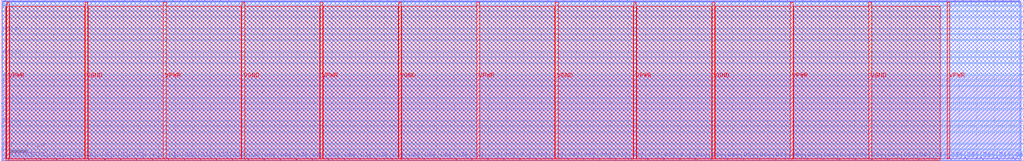
<source format=lef>
VERSION 5.7 ;
  NOWIREEXTENSIONATPIN ON ;
  DIVIDERCHAR "/" ;
  BUSBITCHARS "[]" ;
MACRO RAM32_1RW1R
  CLASS BLOCK ;
  FOREIGN RAM32_1RW1R ;
  ORIGIN 0.000 0.000 ;
  SIZE 1173.460 BY 185.440 ;
  PIN A0[0]
    DIRECTION INPUT ;
    USE SIGNAL ;
    PORT
      LAYER met3 ;
        RECT 1171.460 125.160 1173.460 125.760 ;
    END
  END A0[0]
  PIN A0[1]
    DIRECTION INPUT ;
    USE SIGNAL ;
    PORT
      LAYER met3 ;
        RECT 1171.460 138.760 1173.460 139.360 ;
    END
  END A0[1]
  PIN A0[2]
    DIRECTION INPUT ;
    USE SIGNAL ;
    PORT
      LAYER met3 ;
        RECT 1171.460 151.680 1173.460 152.280 ;
    END
  END A0[2]
  PIN A0[3]
    DIRECTION INPUT ;
    USE SIGNAL ;
    PORT
      LAYER met3 ;
        RECT 1171.460 165.280 1173.460 165.880 ;
    END
  END A0[3]
  PIN A0[4]
    DIRECTION INPUT ;
    USE SIGNAL ;
    PORT
      LAYER met3 ;
        RECT 1171.460 178.200 1173.460 178.800 ;
    END
  END A0[4]
  PIN A1[0]
    DIRECTION INPUT ;
    USE SIGNAL ;
    PORT
      LAYER met3 ;
        RECT 0.000 39.480 2.000 40.080 ;
    END
  END A1[0]
  PIN A1[1]
    DIRECTION INPUT ;
    USE SIGNAL ;
    PORT
      LAYER met3 ;
        RECT 0.000 66.000 2.000 66.600 ;
    END
  END A1[1]
  PIN A1[2]
    DIRECTION INPUT ;
    USE SIGNAL ;
    PORT
      LAYER met3 ;
        RECT 0.000 92.520 2.000 93.120 ;
    END
  END A1[2]
  PIN A1[3]
    DIRECTION INPUT ;
    USE SIGNAL ;
    PORT
      LAYER met3 ;
        RECT 0.000 119.040 2.000 119.640 ;
    END
  END A1[3]
  PIN A1[4]
    DIRECTION INPUT ;
    USE SIGNAL ;
    PORT
      LAYER met3 ;
        RECT 0.000 145.560 2.000 146.160 ;
    END
  END A1[4]
  PIN CLK
    DIRECTION INPUT ;
    USE SIGNAL ;
    PORT
      LAYER met3 ;
        RECT 0.000 12.960 2.000 13.560 ;
    END
  END CLK
  PIN Di0[0]
    DIRECTION INPUT ;
    USE SIGNAL ;
    PORT
      LAYER met2 ;
        RECT 8.830 0.000 9.110 2.000 ;
    END
  END Di0[0]
  PIN Di0[10]
    DIRECTION INPUT ;
    USE SIGNAL ;
    PORT
      LAYER met2 ;
        RECT 191.910 0.000 192.190 2.000 ;
    END
  END Di0[10]
  PIN Di0[11]
    DIRECTION INPUT ;
    USE SIGNAL ;
    PORT
      LAYER met2 ;
        RECT 210.310 0.000 210.590 2.000 ;
    END
  END Di0[11]
  PIN Di0[12]
    DIRECTION INPUT ;
    USE SIGNAL ;
    PORT
      LAYER met2 ;
        RECT 228.710 0.000 228.990 2.000 ;
    END
  END Di0[12]
  PIN Di0[13]
    DIRECTION INPUT ;
    USE SIGNAL ;
    PORT
      LAYER met2 ;
        RECT 247.110 0.000 247.390 2.000 ;
    END
  END Di0[13]
  PIN Di0[14]
    DIRECTION INPUT ;
    USE SIGNAL ;
    PORT
      LAYER met2 ;
        RECT 265.510 0.000 265.790 2.000 ;
    END
  END Di0[14]
  PIN Di0[15]
    DIRECTION INPUT ;
    USE SIGNAL ;
    PORT
      LAYER met2 ;
        RECT 283.450 0.000 283.730 2.000 ;
    END
  END Di0[15]
  PIN Di0[16]
    DIRECTION INPUT ;
    USE SIGNAL ;
    PORT
      LAYER met2 ;
        RECT 301.850 0.000 302.130 2.000 ;
    END
  END Di0[16]
  PIN Di0[17]
    DIRECTION INPUT ;
    USE SIGNAL ;
    PORT
      LAYER met2 ;
        RECT 320.250 0.000 320.530 2.000 ;
    END
  END Di0[17]
  PIN Di0[18]
    DIRECTION INPUT ;
    USE SIGNAL ;
    PORT
      LAYER met2 ;
        RECT 338.650 0.000 338.930 2.000 ;
    END
  END Di0[18]
  PIN Di0[19]
    DIRECTION INPUT ;
    USE SIGNAL ;
    PORT
      LAYER met2 ;
        RECT 357.050 0.000 357.330 2.000 ;
    END
  END Di0[19]
  PIN Di0[1]
    DIRECTION INPUT ;
    USE SIGNAL ;
    PORT
      LAYER met2 ;
        RECT 26.770 0.000 27.050 2.000 ;
    END
  END Di0[1]
  PIN Di0[20]
    DIRECTION INPUT ;
    USE SIGNAL ;
    PORT
      LAYER met2 ;
        RECT 375.450 0.000 375.730 2.000 ;
    END
  END Di0[20]
  PIN Di0[21]
    DIRECTION INPUT ;
    USE SIGNAL ;
    PORT
      LAYER met2 ;
        RECT 393.850 0.000 394.130 2.000 ;
    END
  END Di0[21]
  PIN Di0[22]
    DIRECTION INPUT ;
    USE SIGNAL ;
    PORT
      LAYER met2 ;
        RECT 411.790 0.000 412.070 2.000 ;
    END
  END Di0[22]
  PIN Di0[23]
    DIRECTION INPUT ;
    USE SIGNAL ;
    PORT
      LAYER met2 ;
        RECT 430.190 0.000 430.470 2.000 ;
    END
  END Di0[23]
  PIN Di0[24]
    DIRECTION INPUT ;
    USE SIGNAL ;
    PORT
      LAYER met2 ;
        RECT 448.590 0.000 448.870 2.000 ;
    END
  END Di0[24]
  PIN Di0[25]
    DIRECTION INPUT ;
    USE SIGNAL ;
    PORT
      LAYER met2 ;
        RECT 466.990 0.000 467.270 2.000 ;
    END
  END Di0[25]
  PIN Di0[26]
    DIRECTION INPUT ;
    USE SIGNAL ;
    PORT
      LAYER met2 ;
        RECT 485.390 0.000 485.670 2.000 ;
    END
  END Di0[26]
  PIN Di0[27]
    DIRECTION INPUT ;
    USE SIGNAL ;
    PORT
      LAYER met2 ;
        RECT 503.790 0.000 504.070 2.000 ;
    END
  END Di0[27]
  PIN Di0[28]
    DIRECTION INPUT ;
    USE SIGNAL ;
    PORT
      LAYER met2 ;
        RECT 522.190 0.000 522.470 2.000 ;
    END
  END Di0[28]
  PIN Di0[29]
    DIRECTION INPUT ;
    USE SIGNAL ;
    PORT
      LAYER met2 ;
        RECT 540.130 0.000 540.410 2.000 ;
    END
  END Di0[29]
  PIN Di0[2]
    DIRECTION INPUT ;
    USE SIGNAL ;
    PORT
      LAYER met2 ;
        RECT 45.170 0.000 45.450 2.000 ;
    END
  END Di0[2]
  PIN Di0[30]
    DIRECTION INPUT ;
    USE SIGNAL ;
    PORT
      LAYER met2 ;
        RECT 558.530 0.000 558.810 2.000 ;
    END
  END Di0[30]
  PIN Di0[31]
    DIRECTION INPUT ;
    USE SIGNAL ;
    PORT
      LAYER met2 ;
        RECT 576.930 0.000 577.210 2.000 ;
    END
  END Di0[31]
  PIN Di0[32]
    DIRECTION INPUT ;
    USE SIGNAL ;
    PORT
      LAYER met2 ;
        RECT 595.330 0.000 595.610 2.000 ;
    END
  END Di0[32]
  PIN Di0[33]
    DIRECTION INPUT ;
    USE SIGNAL ;
    PORT
      LAYER met2 ;
        RECT 613.730 0.000 614.010 2.000 ;
    END
  END Di0[33]
  PIN Di0[34]
    DIRECTION INPUT ;
    USE SIGNAL ;
    PORT
      LAYER met2 ;
        RECT 632.130 0.000 632.410 2.000 ;
    END
  END Di0[34]
  PIN Di0[35]
    DIRECTION INPUT ;
    USE SIGNAL ;
    PORT
      LAYER met2 ;
        RECT 650.530 0.000 650.810 2.000 ;
    END
  END Di0[35]
  PIN Di0[36]
    DIRECTION INPUT ;
    USE SIGNAL ;
    PORT
      LAYER met2 ;
        RECT 668.470 0.000 668.750 2.000 ;
    END
  END Di0[36]
  PIN Di0[37]
    DIRECTION INPUT ;
    USE SIGNAL ;
    PORT
      LAYER met2 ;
        RECT 686.870 0.000 687.150 2.000 ;
    END
  END Di0[37]
  PIN Di0[38]
    DIRECTION INPUT ;
    USE SIGNAL ;
    PORT
      LAYER met2 ;
        RECT 705.270 0.000 705.550 2.000 ;
    END
  END Di0[38]
  PIN Di0[39]
    DIRECTION INPUT ;
    USE SIGNAL ;
    PORT
      LAYER met2 ;
        RECT 723.670 0.000 723.950 2.000 ;
    END
  END Di0[39]
  PIN Di0[3]
    DIRECTION INPUT ;
    USE SIGNAL ;
    PORT
      LAYER met2 ;
        RECT 63.570 0.000 63.850 2.000 ;
    END
  END Di0[3]
  PIN Di0[40]
    DIRECTION INPUT ;
    USE SIGNAL ;
    PORT
      LAYER met2 ;
        RECT 742.070 0.000 742.350 2.000 ;
    END
  END Di0[40]
  PIN Di0[41]
    DIRECTION INPUT ;
    USE SIGNAL ;
    PORT
      LAYER met2 ;
        RECT 760.470 0.000 760.750 2.000 ;
    END
  END Di0[41]
  PIN Di0[42]
    DIRECTION INPUT ;
    USE SIGNAL ;
    PORT
      LAYER met2 ;
        RECT 778.870 0.000 779.150 2.000 ;
    END
  END Di0[42]
  PIN Di0[43]
    DIRECTION INPUT ;
    USE SIGNAL ;
    PORT
      LAYER met2 ;
        RECT 796.810 0.000 797.090 2.000 ;
    END
  END Di0[43]
  PIN Di0[44]
    DIRECTION INPUT ;
    USE SIGNAL ;
    PORT
      LAYER met2 ;
        RECT 815.210 0.000 815.490 2.000 ;
    END
  END Di0[44]
  PIN Di0[45]
    DIRECTION INPUT ;
    USE SIGNAL ;
    PORT
      LAYER met2 ;
        RECT 833.610 0.000 833.890 2.000 ;
    END
  END Di0[45]
  PIN Di0[46]
    DIRECTION INPUT ;
    USE SIGNAL ;
    PORT
      LAYER met2 ;
        RECT 852.010 0.000 852.290 2.000 ;
    END
  END Di0[46]
  PIN Di0[47]
    DIRECTION INPUT ;
    USE SIGNAL ;
    PORT
      LAYER met2 ;
        RECT 870.410 0.000 870.690 2.000 ;
    END
  END Di0[47]
  PIN Di0[48]
    DIRECTION INPUT ;
    USE SIGNAL ;
    PORT
      LAYER met2 ;
        RECT 888.810 0.000 889.090 2.000 ;
    END
  END Di0[48]
  PIN Di0[49]
    DIRECTION INPUT ;
    USE SIGNAL ;
    PORT
      LAYER met2 ;
        RECT 907.210 0.000 907.490 2.000 ;
    END
  END Di0[49]
  PIN Di0[4]
    DIRECTION INPUT ;
    USE SIGNAL ;
    PORT
      LAYER met2 ;
        RECT 81.970 0.000 82.250 2.000 ;
    END
  END Di0[4]
  PIN Di0[50]
    DIRECTION INPUT ;
    USE SIGNAL ;
    PORT
      LAYER met2 ;
        RECT 925.150 0.000 925.430 2.000 ;
    END
  END Di0[50]
  PIN Di0[51]
    DIRECTION INPUT ;
    USE SIGNAL ;
    PORT
      LAYER met2 ;
        RECT 943.550 0.000 943.830 2.000 ;
    END
  END Di0[51]
  PIN Di0[52]
    DIRECTION INPUT ;
    USE SIGNAL ;
    PORT
      LAYER met2 ;
        RECT 961.950 0.000 962.230 2.000 ;
    END
  END Di0[52]
  PIN Di0[53]
    DIRECTION INPUT ;
    USE SIGNAL ;
    PORT
      LAYER met2 ;
        RECT 980.350 0.000 980.630 2.000 ;
    END
  END Di0[53]
  PIN Di0[54]
    DIRECTION INPUT ;
    USE SIGNAL ;
    PORT
      LAYER met2 ;
        RECT 998.750 0.000 999.030 2.000 ;
    END
  END Di0[54]
  PIN Di0[55]
    DIRECTION INPUT ;
    USE SIGNAL ;
    PORT
      LAYER met2 ;
        RECT 1017.150 0.000 1017.430 2.000 ;
    END
  END Di0[55]
  PIN Di0[56]
    DIRECTION INPUT ;
    USE SIGNAL ;
    PORT
      LAYER met2 ;
        RECT 1035.550 0.000 1035.830 2.000 ;
    END
  END Di0[56]
  PIN Di0[57]
    DIRECTION INPUT ;
    USE SIGNAL ;
    PORT
      LAYER met2 ;
        RECT 1053.490 0.000 1053.770 2.000 ;
    END
  END Di0[57]
  PIN Di0[58]
    DIRECTION INPUT ;
    USE SIGNAL ;
    PORT
      LAYER met2 ;
        RECT 1071.890 0.000 1072.170 2.000 ;
    END
  END Di0[58]
  PIN Di0[59]
    DIRECTION INPUT ;
    USE SIGNAL ;
    PORT
      LAYER met2 ;
        RECT 1090.290 0.000 1090.570 2.000 ;
    END
  END Di0[59]
  PIN Di0[5]
    DIRECTION INPUT ;
    USE SIGNAL ;
    PORT
      LAYER met2 ;
        RECT 100.370 0.000 100.650 2.000 ;
    END
  END Di0[5]
  PIN Di0[60]
    DIRECTION INPUT ;
    USE SIGNAL ;
    PORT
      LAYER met2 ;
        RECT 1108.690 0.000 1108.970 2.000 ;
    END
  END Di0[60]
  PIN Di0[61]
    DIRECTION INPUT ;
    USE SIGNAL ;
    PORT
      LAYER met2 ;
        RECT 1127.090 0.000 1127.370 2.000 ;
    END
  END Di0[61]
  PIN Di0[62]
    DIRECTION INPUT ;
    USE SIGNAL ;
    PORT
      LAYER met2 ;
        RECT 1145.490 0.000 1145.770 2.000 ;
    END
  END Di0[62]
  PIN Di0[63]
    DIRECTION INPUT ;
    USE SIGNAL ;
    PORT
      LAYER met2 ;
        RECT 1163.890 0.000 1164.170 2.000 ;
    END
  END Di0[63]
  PIN Di0[6]
    DIRECTION INPUT ;
    USE SIGNAL ;
    PORT
      LAYER met2 ;
        RECT 118.770 0.000 119.050 2.000 ;
    END
  END Di0[6]
  PIN Di0[7]
    DIRECTION INPUT ;
    USE SIGNAL ;
    PORT
      LAYER met2 ;
        RECT 137.170 0.000 137.450 2.000 ;
    END
  END Di0[7]
  PIN Di0[8]
    DIRECTION INPUT ;
    USE SIGNAL ;
    PORT
      LAYER met2 ;
        RECT 155.110 0.000 155.390 2.000 ;
    END
  END Di0[8]
  PIN Di0[9]
    DIRECTION INPUT ;
    USE SIGNAL ;
    PORT
      LAYER met2 ;
        RECT 173.510 0.000 173.790 2.000 ;
    END
  END Di0[9]
  PIN Do0[0]
    DIRECTION OUTPUT TRISTATE ;
    USE SIGNAL ;
    PORT
      LAYER met2 ;
        RECT 4.230 183.440 4.510 185.440 ;
    END
  END Do0[0]
  PIN Do0[10]
    DIRECTION OUTPUT TRISTATE ;
    USE SIGNAL ;
    PORT
      LAYER met2 ;
        RECT 95.770 183.440 96.050 185.440 ;
    END
  END Do0[10]
  PIN Do0[11]
    DIRECTION OUTPUT TRISTATE ;
    USE SIGNAL ;
    PORT
      LAYER met2 ;
        RECT 114.170 183.440 114.450 185.440 ;
    END
  END Do0[11]
  PIN Do0[12]
    DIRECTION OUTPUT TRISTATE ;
    USE SIGNAL ;
    PORT
      LAYER met2 ;
        RECT 132.570 183.440 132.850 185.440 ;
    END
  END Do0[12]
  PIN Do0[13]
    DIRECTION OUTPUT TRISTATE ;
    USE SIGNAL ;
    PORT
      LAYER met2 ;
        RECT 150.510 183.440 150.790 185.440 ;
    END
  END Do0[13]
  PIN Do0[14]
    DIRECTION OUTPUT TRISTATE ;
    USE SIGNAL ;
    PORT
      LAYER met2 ;
        RECT 168.910 183.440 169.190 185.440 ;
    END
  END Do0[14]
  PIN Do0[15]
    DIRECTION OUTPUT TRISTATE ;
    USE SIGNAL ;
    PORT
      LAYER met2 ;
        RECT 187.310 183.440 187.590 185.440 ;
    END
  END Do0[15]
  PIN Do0[16]
    DIRECTION OUTPUT TRISTATE ;
    USE SIGNAL ;
    PORT
      LAYER met2 ;
        RECT 205.710 183.440 205.990 185.440 ;
    END
  END Do0[16]
  PIN Do0[17]
    DIRECTION OUTPUT TRISTATE ;
    USE SIGNAL ;
    PORT
      LAYER met2 ;
        RECT 224.110 183.440 224.390 185.440 ;
    END
  END Do0[17]
  PIN Do0[18]
    DIRECTION OUTPUT TRISTATE ;
    USE SIGNAL ;
    PORT
      LAYER met2 ;
        RECT 242.510 183.440 242.790 185.440 ;
    END
  END Do0[18]
  PIN Do0[19]
    DIRECTION OUTPUT TRISTATE ;
    USE SIGNAL ;
    PORT
      LAYER met2 ;
        RECT 260.910 183.440 261.190 185.440 ;
    END
  END Do0[19]
  PIN Do0[1]
    DIRECTION OUTPUT TRISTATE ;
    USE SIGNAL ;
    PORT
      LAYER met2 ;
        RECT 12.970 183.440 13.250 185.440 ;
    END
  END Do0[1]
  PIN Do0[20]
    DIRECTION OUTPUT TRISTATE ;
    USE SIGNAL ;
    PORT
      LAYER met2 ;
        RECT 278.850 183.440 279.130 185.440 ;
    END
  END Do0[20]
  PIN Do0[21]
    DIRECTION OUTPUT TRISTATE ;
    USE SIGNAL ;
    PORT
      LAYER met2 ;
        RECT 288.050 183.440 288.330 185.440 ;
    END
  END Do0[21]
  PIN Do0[22]
    DIRECTION OUTPUT TRISTATE ;
    USE SIGNAL ;
    PORT
      LAYER met2 ;
        RECT 297.250 183.440 297.530 185.440 ;
    END
  END Do0[22]
  PIN Do0[23]
    DIRECTION OUTPUT TRISTATE ;
    USE SIGNAL ;
    PORT
      LAYER met2 ;
        RECT 306.450 183.440 306.730 185.440 ;
    END
  END Do0[23]
  PIN Do0[24]
    DIRECTION OUTPUT TRISTATE ;
    USE SIGNAL ;
    PORT
      LAYER met2 ;
        RECT 315.650 183.440 315.930 185.440 ;
    END
  END Do0[24]
  PIN Do0[25]
    DIRECTION OUTPUT TRISTATE ;
    USE SIGNAL ;
    PORT
      LAYER met2 ;
        RECT 324.850 183.440 325.130 185.440 ;
    END
  END Do0[25]
  PIN Do0[26]
    DIRECTION OUTPUT TRISTATE ;
    USE SIGNAL ;
    PORT
      LAYER met2 ;
        RECT 334.050 183.440 334.330 185.440 ;
    END
  END Do0[26]
  PIN Do0[27]
    DIRECTION OUTPUT TRISTATE ;
    USE SIGNAL ;
    PORT
      LAYER met2 ;
        RECT 343.250 183.440 343.530 185.440 ;
    END
  END Do0[27]
  PIN Do0[28]
    DIRECTION OUTPUT TRISTATE ;
    USE SIGNAL ;
    PORT
      LAYER met2 ;
        RECT 352.450 183.440 352.730 185.440 ;
    END
  END Do0[28]
  PIN Do0[29]
    DIRECTION OUTPUT TRISTATE ;
    USE SIGNAL ;
    PORT
      LAYER met2 ;
        RECT 361.650 183.440 361.930 185.440 ;
    END
  END Do0[29]
  PIN Do0[2]
    DIRECTION OUTPUT TRISTATE ;
    USE SIGNAL ;
    PORT
      LAYER met2 ;
        RECT 22.170 183.440 22.450 185.440 ;
    END
  END Do0[2]
  PIN Do0[30]
    DIRECTION OUTPUT TRISTATE ;
    USE SIGNAL ;
    PORT
      LAYER met2 ;
        RECT 370.850 183.440 371.130 185.440 ;
    END
  END Do0[30]
  PIN Do0[31]
    DIRECTION OUTPUT TRISTATE ;
    USE SIGNAL ;
    PORT
      LAYER met2 ;
        RECT 380.050 183.440 380.330 185.440 ;
    END
  END Do0[31]
  PIN Do0[32]
    DIRECTION OUTPUT TRISTATE ;
    USE SIGNAL ;
    PORT
      LAYER met2 ;
        RECT 389.250 183.440 389.530 185.440 ;
    END
  END Do0[32]
  PIN Do0[33]
    DIRECTION OUTPUT TRISTATE ;
    USE SIGNAL ;
    PORT
      LAYER met2 ;
        RECT 397.990 183.440 398.270 185.440 ;
    END
  END Do0[33]
  PIN Do0[34]
    DIRECTION OUTPUT TRISTATE ;
    USE SIGNAL ;
    PORT
      LAYER met2 ;
        RECT 407.190 183.440 407.470 185.440 ;
    END
  END Do0[34]
  PIN Do0[35]
    DIRECTION OUTPUT TRISTATE ;
    USE SIGNAL ;
    PORT
      LAYER met2 ;
        RECT 416.390 183.440 416.670 185.440 ;
    END
  END Do0[35]
  PIN Do0[36]
    DIRECTION OUTPUT TRISTATE ;
    USE SIGNAL ;
    PORT
      LAYER met2 ;
        RECT 425.590 183.440 425.870 185.440 ;
    END
  END Do0[36]
  PIN Do0[37]
    DIRECTION OUTPUT TRISTATE ;
    USE SIGNAL ;
    PORT
      LAYER met2 ;
        RECT 434.790 183.440 435.070 185.440 ;
    END
  END Do0[37]
  PIN Do0[38]
    DIRECTION OUTPUT TRISTATE ;
    USE SIGNAL ;
    PORT
      LAYER met2 ;
        RECT 443.990 183.440 444.270 185.440 ;
    END
  END Do0[38]
  PIN Do0[39]
    DIRECTION OUTPUT TRISTATE ;
    USE SIGNAL ;
    PORT
      LAYER met2 ;
        RECT 453.190 183.440 453.470 185.440 ;
    END
  END Do0[39]
  PIN Do0[3]
    DIRECTION OUTPUT TRISTATE ;
    USE SIGNAL ;
    PORT
      LAYER met2 ;
        RECT 31.370 183.440 31.650 185.440 ;
    END
  END Do0[3]
  PIN Do0[40]
    DIRECTION OUTPUT TRISTATE ;
    USE SIGNAL ;
    PORT
      LAYER met2 ;
        RECT 462.390 183.440 462.670 185.440 ;
    END
  END Do0[40]
  PIN Do0[41]
    DIRECTION OUTPUT TRISTATE ;
    USE SIGNAL ;
    PORT
      LAYER met2 ;
        RECT 471.590 183.440 471.870 185.440 ;
    END
  END Do0[41]
  PIN Do0[42]
    DIRECTION OUTPUT TRISTATE ;
    USE SIGNAL ;
    PORT
      LAYER met2 ;
        RECT 480.790 183.440 481.070 185.440 ;
    END
  END Do0[42]
  PIN Do0[43]
    DIRECTION OUTPUT TRISTATE ;
    USE SIGNAL ;
    PORT
      LAYER met2 ;
        RECT 489.990 183.440 490.270 185.440 ;
    END
  END Do0[43]
  PIN Do0[44]
    DIRECTION OUTPUT TRISTATE ;
    USE SIGNAL ;
    PORT
      LAYER met2 ;
        RECT 499.190 183.440 499.470 185.440 ;
    END
  END Do0[44]
  PIN Do0[45]
    DIRECTION OUTPUT TRISTATE ;
    USE SIGNAL ;
    PORT
      LAYER met2 ;
        RECT 508.390 183.440 508.670 185.440 ;
    END
  END Do0[45]
  PIN Do0[46]
    DIRECTION OUTPUT TRISTATE ;
    USE SIGNAL ;
    PORT
      LAYER met2 ;
        RECT 517.590 183.440 517.870 185.440 ;
    END
  END Do0[46]
  PIN Do0[47]
    DIRECTION OUTPUT TRISTATE ;
    USE SIGNAL ;
    PORT
      LAYER met2 ;
        RECT 526.330 183.440 526.610 185.440 ;
    END
  END Do0[47]
  PIN Do0[48]
    DIRECTION OUTPUT TRISTATE ;
    USE SIGNAL ;
    PORT
      LAYER met2 ;
        RECT 535.530 183.440 535.810 185.440 ;
    END
  END Do0[48]
  PIN Do0[49]
    DIRECTION OUTPUT TRISTATE ;
    USE SIGNAL ;
    PORT
      LAYER met2 ;
        RECT 544.730 183.440 545.010 185.440 ;
    END
  END Do0[49]
  PIN Do0[4]
    DIRECTION OUTPUT TRISTATE ;
    USE SIGNAL ;
    PORT
      LAYER met2 ;
        RECT 40.570 183.440 40.850 185.440 ;
    END
  END Do0[4]
  PIN Do0[50]
    DIRECTION OUTPUT TRISTATE ;
    USE SIGNAL ;
    PORT
      LAYER met2 ;
        RECT 553.930 183.440 554.210 185.440 ;
    END
  END Do0[50]
  PIN Do0[51]
    DIRECTION OUTPUT TRISTATE ;
    USE SIGNAL ;
    PORT
      LAYER met2 ;
        RECT 563.130 183.440 563.410 185.440 ;
    END
  END Do0[51]
  PIN Do0[52]
    DIRECTION OUTPUT TRISTATE ;
    USE SIGNAL ;
    PORT
      LAYER met2 ;
        RECT 572.330 183.440 572.610 185.440 ;
    END
  END Do0[52]
  PIN Do0[53]
    DIRECTION OUTPUT TRISTATE ;
    USE SIGNAL ;
    PORT
      LAYER met2 ;
        RECT 581.530 183.440 581.810 185.440 ;
    END
  END Do0[53]
  PIN Do0[54]
    DIRECTION OUTPUT TRISTATE ;
    USE SIGNAL ;
    PORT
      LAYER met2 ;
        RECT 590.730 183.440 591.010 185.440 ;
    END
  END Do0[54]
  PIN Do0[55]
    DIRECTION OUTPUT TRISTATE ;
    USE SIGNAL ;
    PORT
      LAYER met2 ;
        RECT 599.930 183.440 600.210 185.440 ;
    END
  END Do0[55]
  PIN Do0[56]
    DIRECTION OUTPUT TRISTATE ;
    USE SIGNAL ;
    PORT
      LAYER met2 ;
        RECT 609.130 183.440 609.410 185.440 ;
    END
  END Do0[56]
  PIN Do0[57]
    DIRECTION OUTPUT TRISTATE ;
    USE SIGNAL ;
    PORT
      LAYER met2 ;
        RECT 618.330 183.440 618.610 185.440 ;
    END
  END Do0[57]
  PIN Do0[58]
    DIRECTION OUTPUT TRISTATE ;
    USE SIGNAL ;
    PORT
      LAYER met2 ;
        RECT 627.530 183.440 627.810 185.440 ;
    END
  END Do0[58]
  PIN Do0[59]
    DIRECTION OUTPUT TRISTATE ;
    USE SIGNAL ;
    PORT
      LAYER met2 ;
        RECT 636.730 183.440 637.010 185.440 ;
    END
  END Do0[59]
  PIN Do0[5]
    DIRECTION OUTPUT TRISTATE ;
    USE SIGNAL ;
    PORT
      LAYER met2 ;
        RECT 49.770 183.440 50.050 185.440 ;
    END
  END Do0[5]
  PIN Do0[60]
    DIRECTION OUTPUT TRISTATE ;
    USE SIGNAL ;
    PORT
      LAYER met2 ;
        RECT 645.930 183.440 646.210 185.440 ;
    END
  END Do0[60]
  PIN Do0[61]
    DIRECTION OUTPUT TRISTATE ;
    USE SIGNAL ;
    PORT
      LAYER met2 ;
        RECT 655.130 183.440 655.410 185.440 ;
    END
  END Do0[61]
  PIN Do0[62]
    DIRECTION OUTPUT TRISTATE ;
    USE SIGNAL ;
    PORT
      LAYER met2 ;
        RECT 663.870 183.440 664.150 185.440 ;
    END
  END Do0[62]
  PIN Do0[63]
    DIRECTION OUTPUT TRISTATE ;
    USE SIGNAL ;
    PORT
      LAYER met2 ;
        RECT 673.070 183.440 673.350 185.440 ;
    END
  END Do0[63]
  PIN Do0[6]
    DIRECTION OUTPUT TRISTATE ;
    USE SIGNAL ;
    PORT
      LAYER met2 ;
        RECT 58.970 183.440 59.250 185.440 ;
    END
  END Do0[6]
  PIN Do0[7]
    DIRECTION OUTPUT TRISTATE ;
    USE SIGNAL ;
    PORT
      LAYER met2 ;
        RECT 68.170 183.440 68.450 185.440 ;
    END
  END Do0[7]
  PIN Do0[8]
    DIRECTION OUTPUT TRISTATE ;
    USE SIGNAL ;
    PORT
      LAYER met2 ;
        RECT 77.370 183.440 77.650 185.440 ;
    END
  END Do0[8]
  PIN Do0[9]
    DIRECTION OUTPUT TRISTATE ;
    USE SIGNAL ;
    PORT
      LAYER met2 ;
        RECT 86.570 183.440 86.850 185.440 ;
    END
  END Do0[9]
  PIN Do1[0]
    DIRECTION OUTPUT TRISTATE ;
    USE SIGNAL ;
    PORT
      LAYER met2 ;
        RECT 104.970 183.440 105.250 185.440 ;
    END
  END Do1[0]
  PIN Do1[10]
    DIRECTION OUTPUT TRISTATE ;
    USE SIGNAL ;
    PORT
      LAYER met2 ;
        RECT 682.270 183.440 682.550 185.440 ;
    END
  END Do1[10]
  PIN Do1[11]
    DIRECTION OUTPUT TRISTATE ;
    USE SIGNAL ;
    PORT
      LAYER met2 ;
        RECT 691.470 183.440 691.750 185.440 ;
    END
  END Do1[11]
  PIN Do1[12]
    DIRECTION OUTPUT TRISTATE ;
    USE SIGNAL ;
    PORT
      LAYER met2 ;
        RECT 700.670 183.440 700.950 185.440 ;
    END
  END Do1[12]
  PIN Do1[13]
    DIRECTION OUTPUT TRISTATE ;
    USE SIGNAL ;
    PORT
      LAYER met2 ;
        RECT 709.870 183.440 710.150 185.440 ;
    END
  END Do1[13]
  PIN Do1[14]
    DIRECTION OUTPUT TRISTATE ;
    USE SIGNAL ;
    PORT
      LAYER met2 ;
        RECT 719.070 183.440 719.350 185.440 ;
    END
  END Do1[14]
  PIN Do1[15]
    DIRECTION OUTPUT TRISTATE ;
    USE SIGNAL ;
    PORT
      LAYER met2 ;
        RECT 728.270 183.440 728.550 185.440 ;
    END
  END Do1[15]
  PIN Do1[16]
    DIRECTION OUTPUT TRISTATE ;
    USE SIGNAL ;
    PORT
      LAYER met2 ;
        RECT 737.470 183.440 737.750 185.440 ;
    END
  END Do1[16]
  PIN Do1[17]
    DIRECTION OUTPUT TRISTATE ;
    USE SIGNAL ;
    PORT
      LAYER met2 ;
        RECT 746.670 183.440 746.950 185.440 ;
    END
  END Do1[17]
  PIN Do1[18]
    DIRECTION OUTPUT TRISTATE ;
    USE SIGNAL ;
    PORT
      LAYER met2 ;
        RECT 755.870 183.440 756.150 185.440 ;
    END
  END Do1[18]
  PIN Do1[19]
    DIRECTION OUTPUT TRISTATE ;
    USE SIGNAL ;
    PORT
      LAYER met2 ;
        RECT 765.070 183.440 765.350 185.440 ;
    END
  END Do1[19]
  PIN Do1[1]
    DIRECTION OUTPUT TRISTATE ;
    USE SIGNAL ;
    PORT
      LAYER met2 ;
        RECT 123.370 183.440 123.650 185.440 ;
    END
  END Do1[1]
  PIN Do1[20]
    DIRECTION OUTPUT TRISTATE ;
    USE SIGNAL ;
    PORT
      LAYER met2 ;
        RECT 774.270 183.440 774.550 185.440 ;
    END
  END Do1[20]
  PIN Do1[21]
    DIRECTION OUTPUT TRISTATE ;
    USE SIGNAL ;
    PORT
      LAYER met2 ;
        RECT 783.470 183.440 783.750 185.440 ;
    END
  END Do1[21]
  PIN Do1[22]
    DIRECTION OUTPUT TRISTATE ;
    USE SIGNAL ;
    PORT
      LAYER met2 ;
        RECT 792.210 183.440 792.490 185.440 ;
    END
  END Do1[22]
  PIN Do1[23]
    DIRECTION OUTPUT TRISTATE ;
    USE SIGNAL ;
    PORT
      LAYER met2 ;
        RECT 801.410 183.440 801.690 185.440 ;
    END
  END Do1[23]
  PIN Do1[24]
    DIRECTION OUTPUT TRISTATE ;
    USE SIGNAL ;
    PORT
      LAYER met2 ;
        RECT 810.610 183.440 810.890 185.440 ;
    END
  END Do1[24]
  PIN Do1[25]
    DIRECTION OUTPUT TRISTATE ;
    USE SIGNAL ;
    PORT
      LAYER met2 ;
        RECT 819.810 183.440 820.090 185.440 ;
    END
  END Do1[25]
  PIN Do1[26]
    DIRECTION OUTPUT TRISTATE ;
    USE SIGNAL ;
    PORT
      LAYER met2 ;
        RECT 829.010 183.440 829.290 185.440 ;
    END
  END Do1[26]
  PIN Do1[27]
    DIRECTION OUTPUT TRISTATE ;
    USE SIGNAL ;
    PORT
      LAYER met2 ;
        RECT 838.210 183.440 838.490 185.440 ;
    END
  END Do1[27]
  PIN Do1[28]
    DIRECTION OUTPUT TRISTATE ;
    USE SIGNAL ;
    PORT
      LAYER met2 ;
        RECT 847.410 183.440 847.690 185.440 ;
    END
  END Do1[28]
  PIN Do1[29]
    DIRECTION OUTPUT TRISTATE ;
    USE SIGNAL ;
    PORT
      LAYER met2 ;
        RECT 856.610 183.440 856.890 185.440 ;
    END
  END Do1[29]
  PIN Do1[2]
    DIRECTION OUTPUT TRISTATE ;
    USE SIGNAL ;
    PORT
      LAYER met2 ;
        RECT 141.310 183.440 141.590 185.440 ;
    END
  END Do1[2]
  PIN Do1[30]
    DIRECTION OUTPUT TRISTATE ;
    USE SIGNAL ;
    PORT
      LAYER met2 ;
        RECT 865.810 183.440 866.090 185.440 ;
    END
  END Do1[30]
  PIN Do1[31]
    DIRECTION OUTPUT TRISTATE ;
    USE SIGNAL ;
    PORT
      LAYER met2 ;
        RECT 875.010 183.440 875.290 185.440 ;
    END
  END Do1[31]
  PIN Do1[32]
    DIRECTION OUTPUT TRISTATE ;
    USE SIGNAL ;
    PORT
      LAYER met2 ;
        RECT 884.210 183.440 884.490 185.440 ;
    END
  END Do1[32]
  PIN Do1[33]
    DIRECTION OUTPUT TRISTATE ;
    USE SIGNAL ;
    PORT
      LAYER met2 ;
        RECT 893.410 183.440 893.690 185.440 ;
    END
  END Do1[33]
  PIN Do1[34]
    DIRECTION OUTPUT TRISTATE ;
    USE SIGNAL ;
    PORT
      LAYER met2 ;
        RECT 902.610 183.440 902.890 185.440 ;
    END
  END Do1[34]
  PIN Do1[35]
    DIRECTION OUTPUT TRISTATE ;
    USE SIGNAL ;
    PORT
      LAYER met2 ;
        RECT 911.810 183.440 912.090 185.440 ;
    END
  END Do1[35]
  PIN Do1[36]
    DIRECTION OUTPUT TRISTATE ;
    USE SIGNAL ;
    PORT
      LAYER met2 ;
        RECT 920.550 183.440 920.830 185.440 ;
    END
  END Do1[36]
  PIN Do1[37]
    DIRECTION OUTPUT TRISTATE ;
    USE SIGNAL ;
    PORT
      LAYER met2 ;
        RECT 929.750 183.440 930.030 185.440 ;
    END
  END Do1[37]
  PIN Do1[38]
    DIRECTION OUTPUT TRISTATE ;
    USE SIGNAL ;
    PORT
      LAYER met2 ;
        RECT 938.950 183.440 939.230 185.440 ;
    END
  END Do1[38]
  PIN Do1[39]
    DIRECTION OUTPUT TRISTATE ;
    USE SIGNAL ;
    PORT
      LAYER met2 ;
        RECT 948.150 183.440 948.430 185.440 ;
    END
  END Do1[39]
  PIN Do1[3]
    DIRECTION OUTPUT TRISTATE ;
    USE SIGNAL ;
    PORT
      LAYER met2 ;
        RECT 159.710 183.440 159.990 185.440 ;
    END
  END Do1[3]
  PIN Do1[40]
    DIRECTION OUTPUT TRISTATE ;
    USE SIGNAL ;
    PORT
      LAYER met2 ;
        RECT 957.350 183.440 957.630 185.440 ;
    END
  END Do1[40]
  PIN Do1[41]
    DIRECTION OUTPUT TRISTATE ;
    USE SIGNAL ;
    PORT
      LAYER met2 ;
        RECT 966.550 183.440 966.830 185.440 ;
    END
  END Do1[41]
  PIN Do1[42]
    DIRECTION OUTPUT TRISTATE ;
    USE SIGNAL ;
    PORT
      LAYER met2 ;
        RECT 975.750 183.440 976.030 185.440 ;
    END
  END Do1[42]
  PIN Do1[43]
    DIRECTION OUTPUT TRISTATE ;
    USE SIGNAL ;
    PORT
      LAYER met2 ;
        RECT 984.950 183.440 985.230 185.440 ;
    END
  END Do1[43]
  PIN Do1[44]
    DIRECTION OUTPUT TRISTATE ;
    USE SIGNAL ;
    PORT
      LAYER met2 ;
        RECT 994.150 183.440 994.430 185.440 ;
    END
  END Do1[44]
  PIN Do1[45]
    DIRECTION OUTPUT TRISTATE ;
    USE SIGNAL ;
    PORT
      LAYER met2 ;
        RECT 1003.350 183.440 1003.630 185.440 ;
    END
  END Do1[45]
  PIN Do1[46]
    DIRECTION OUTPUT TRISTATE ;
    USE SIGNAL ;
    PORT
      LAYER met2 ;
        RECT 1012.550 183.440 1012.830 185.440 ;
    END
  END Do1[46]
  PIN Do1[47]
    DIRECTION OUTPUT TRISTATE ;
    USE SIGNAL ;
    PORT
      LAYER met2 ;
        RECT 1021.750 183.440 1022.030 185.440 ;
    END
  END Do1[47]
  PIN Do1[48]
    DIRECTION OUTPUT TRISTATE ;
    USE SIGNAL ;
    PORT
      LAYER met2 ;
        RECT 1030.950 183.440 1031.230 185.440 ;
    END
  END Do1[48]
  PIN Do1[49]
    DIRECTION OUTPUT TRISTATE ;
    USE SIGNAL ;
    PORT
      LAYER met2 ;
        RECT 1040.150 183.440 1040.430 185.440 ;
    END
  END Do1[49]
  PIN Do1[4]
    DIRECTION OUTPUT TRISTATE ;
    USE SIGNAL ;
    PORT
      LAYER met2 ;
        RECT 178.110 183.440 178.390 185.440 ;
    END
  END Do1[4]
  PIN Do1[50]
    DIRECTION OUTPUT TRISTATE ;
    USE SIGNAL ;
    PORT
      LAYER met2 ;
        RECT 1048.890 183.440 1049.170 185.440 ;
    END
  END Do1[50]
  PIN Do1[51]
    DIRECTION OUTPUT TRISTATE ;
    USE SIGNAL ;
    PORT
      LAYER met2 ;
        RECT 1058.090 183.440 1058.370 185.440 ;
    END
  END Do1[51]
  PIN Do1[52]
    DIRECTION OUTPUT TRISTATE ;
    USE SIGNAL ;
    PORT
      LAYER met2 ;
        RECT 1067.290 183.440 1067.570 185.440 ;
    END
  END Do1[52]
  PIN Do1[53]
    DIRECTION OUTPUT TRISTATE ;
    USE SIGNAL ;
    PORT
      LAYER met2 ;
        RECT 1076.490 183.440 1076.770 185.440 ;
    END
  END Do1[53]
  PIN Do1[54]
    DIRECTION OUTPUT TRISTATE ;
    USE SIGNAL ;
    PORT
      LAYER met2 ;
        RECT 1085.690 183.440 1085.970 185.440 ;
    END
  END Do1[54]
  PIN Do1[55]
    DIRECTION OUTPUT TRISTATE ;
    USE SIGNAL ;
    PORT
      LAYER met2 ;
        RECT 1094.890 183.440 1095.170 185.440 ;
    END
  END Do1[55]
  PIN Do1[56]
    DIRECTION OUTPUT TRISTATE ;
    USE SIGNAL ;
    PORT
      LAYER met2 ;
        RECT 1104.090 183.440 1104.370 185.440 ;
    END
  END Do1[56]
  PIN Do1[57]
    DIRECTION OUTPUT TRISTATE ;
    USE SIGNAL ;
    PORT
      LAYER met2 ;
        RECT 1113.290 183.440 1113.570 185.440 ;
    END
  END Do1[57]
  PIN Do1[58]
    DIRECTION OUTPUT TRISTATE ;
    USE SIGNAL ;
    PORT
      LAYER met2 ;
        RECT 1122.490 183.440 1122.770 185.440 ;
    END
  END Do1[58]
  PIN Do1[59]
    DIRECTION OUTPUT TRISTATE ;
    USE SIGNAL ;
    PORT
      LAYER met2 ;
        RECT 1131.690 183.440 1131.970 185.440 ;
    END
  END Do1[59]
  PIN Do1[5]
    DIRECTION OUTPUT TRISTATE ;
    USE SIGNAL ;
    PORT
      LAYER met2 ;
        RECT 196.510 183.440 196.790 185.440 ;
    END
  END Do1[5]
  PIN Do1[60]
    DIRECTION OUTPUT TRISTATE ;
    USE SIGNAL ;
    PORT
      LAYER met2 ;
        RECT 1140.890 183.440 1141.170 185.440 ;
    END
  END Do1[60]
  PIN Do1[61]
    DIRECTION OUTPUT TRISTATE ;
    USE SIGNAL ;
    PORT
      LAYER met2 ;
        RECT 1150.090 183.440 1150.370 185.440 ;
    END
  END Do1[61]
  PIN Do1[62]
    DIRECTION OUTPUT TRISTATE ;
    USE SIGNAL ;
    PORT
      LAYER met2 ;
        RECT 1159.290 183.440 1159.570 185.440 ;
    END
  END Do1[62]
  PIN Do1[63]
    DIRECTION OUTPUT TRISTATE ;
    USE SIGNAL ;
    PORT
      LAYER met2 ;
        RECT 1168.490 183.440 1168.770 185.440 ;
    END
  END Do1[63]
  PIN Do1[6]
    DIRECTION OUTPUT TRISTATE ;
    USE SIGNAL ;
    PORT
      LAYER met2 ;
        RECT 214.910 183.440 215.190 185.440 ;
    END
  END Do1[6]
  PIN Do1[7]
    DIRECTION OUTPUT TRISTATE ;
    USE SIGNAL ;
    PORT
      LAYER met2 ;
        RECT 233.310 183.440 233.590 185.440 ;
    END
  END Do1[7]
  PIN Do1[8]
    DIRECTION OUTPUT TRISTATE ;
    USE SIGNAL ;
    PORT
      LAYER met2 ;
        RECT 251.710 183.440 251.990 185.440 ;
    END
  END Do1[8]
  PIN Do1[9]
    DIRECTION OUTPUT TRISTATE ;
    USE SIGNAL ;
    PORT
      LAYER met2 ;
        RECT 269.650 183.440 269.930 185.440 ;
    END
  END Do1[9]
  PIN EN0
    DIRECTION INPUT ;
    USE SIGNAL ;
    PORT
      LAYER met3 ;
        RECT 1171.460 6.160 1173.460 6.760 ;
    END
  END EN0
  PIN EN1
    DIRECTION INPUT ;
    USE SIGNAL ;
    PORT
      LAYER met3 ;
        RECT 0.000 172.080 2.000 172.680 ;
    END
  END EN1
  PIN VGND
    DIRECTION INOUT ;
    USE GROUND ;
    PORT
      LAYER met4 ;
        RECT 96.210 2.480 99.310 182.480 ;
    END
    PORT
      LAYER met4 ;
        RECT 276.210 2.480 279.310 182.480 ;
    END
    PORT
      LAYER met4 ;
        RECT 456.210 2.480 459.310 182.480 ;
    END
    PORT
      LAYER met4 ;
        RECT 636.210 2.480 639.310 182.480 ;
    END
    PORT
      LAYER met4 ;
        RECT 816.210 2.480 819.310 182.480 ;
    END
    PORT
      LAYER met4 ;
        RECT 996.210 2.480 999.310 182.480 ;
    END
  END VGND
  PIN VPWR
    DIRECTION INOUT ;
    USE POWER ;
    PORT
      LAYER met4 ;
        RECT 6.210 2.480 9.310 182.480 ;
    END
    PORT
      LAYER met4 ;
        RECT 186.210 2.480 189.310 182.480 ;
    END
    PORT
      LAYER met4 ;
        RECT 366.210 2.480 369.310 182.480 ;
    END
    PORT
      LAYER met4 ;
        RECT 546.210 2.480 549.310 182.480 ;
    END
    PORT
      LAYER met4 ;
        RECT 726.210 2.480 729.310 182.480 ;
    END
    PORT
      LAYER met4 ;
        RECT 906.210 2.480 909.310 182.480 ;
    END
    PORT
      LAYER met4 ;
        RECT 1086.210 2.480 1089.310 182.480 ;
    END
  END VPWR
  PIN WE0[0]
    DIRECTION INPUT ;
    USE SIGNAL ;
    PORT
      LAYER met3 ;
        RECT 1171.460 19.080 1173.460 19.680 ;
    END
  END WE0[0]
  PIN WE0[1]
    DIRECTION INPUT ;
    USE SIGNAL ;
    PORT
      LAYER met3 ;
        RECT 1171.460 32.680 1173.460 33.280 ;
    END
  END WE0[1]
  PIN WE0[2]
    DIRECTION INPUT ;
    USE SIGNAL ;
    PORT
      LAYER met3 ;
        RECT 1171.460 45.600 1173.460 46.200 ;
    END
  END WE0[2]
  PIN WE0[3]
    DIRECTION INPUT ;
    USE SIGNAL ;
    PORT
      LAYER met3 ;
        RECT 1171.460 59.200 1173.460 59.800 ;
    END
  END WE0[3]
  PIN WE0[4]
    DIRECTION INPUT ;
    USE SIGNAL ;
    PORT
      LAYER met3 ;
        RECT 1171.460 72.120 1173.460 72.720 ;
    END
  END WE0[4]
  PIN WE0[5]
    DIRECTION INPUT ;
    USE SIGNAL ;
    PORT
      LAYER met3 ;
        RECT 1171.460 85.720 1173.460 86.320 ;
    END
  END WE0[5]
  PIN WE0[6]
    DIRECTION INPUT ;
    USE SIGNAL ;
    PORT
      LAYER met3 ;
        RECT 1171.460 98.640 1173.460 99.240 ;
    END
  END WE0[6]
  PIN WE0[7]
    DIRECTION INPUT ;
    USE SIGNAL ;
    PORT
      LAYER met3 ;
        RECT 1171.460 112.240 1173.460 112.840 ;
    END
  END WE0[7]
  OBS
      LAYER li1 ;
        RECT 2.760 2.635 1170.700 98.005 ;
      LAYER met1 ;
        RECT 0.990 0.380 1170.700 183.560 ;
      LAYER met2 ;
        RECT 1.020 183.160 3.950 184.010 ;
        RECT 4.790 183.160 12.690 184.010 ;
        RECT 13.530 183.160 21.890 184.010 ;
        RECT 22.730 183.160 31.090 184.010 ;
        RECT 31.930 183.160 40.290 184.010 ;
        RECT 41.130 183.160 49.490 184.010 ;
        RECT 50.330 183.160 58.690 184.010 ;
        RECT 59.530 183.160 67.890 184.010 ;
        RECT 68.730 183.160 77.090 184.010 ;
        RECT 77.930 183.160 86.290 184.010 ;
        RECT 87.130 183.160 95.490 184.010 ;
        RECT 96.330 183.160 104.690 184.010 ;
        RECT 105.530 183.160 113.890 184.010 ;
        RECT 114.730 183.160 123.090 184.010 ;
        RECT 123.930 183.160 132.290 184.010 ;
        RECT 133.130 183.160 141.030 184.010 ;
        RECT 141.870 183.160 150.230 184.010 ;
        RECT 151.070 183.160 159.430 184.010 ;
        RECT 160.270 183.160 168.630 184.010 ;
        RECT 169.470 183.160 177.830 184.010 ;
        RECT 178.670 183.160 187.030 184.010 ;
        RECT 187.870 183.160 196.230 184.010 ;
        RECT 197.070 183.160 205.430 184.010 ;
        RECT 206.270 183.160 214.630 184.010 ;
        RECT 215.470 183.160 223.830 184.010 ;
        RECT 224.670 183.160 233.030 184.010 ;
        RECT 233.870 183.160 242.230 184.010 ;
        RECT 243.070 183.160 251.430 184.010 ;
        RECT 252.270 183.160 260.630 184.010 ;
        RECT 261.470 183.160 269.370 184.010 ;
        RECT 270.210 183.160 278.570 184.010 ;
        RECT 279.410 183.160 287.770 184.010 ;
        RECT 288.610 183.160 296.970 184.010 ;
        RECT 297.810 183.160 306.170 184.010 ;
        RECT 307.010 183.160 315.370 184.010 ;
        RECT 316.210 183.160 324.570 184.010 ;
        RECT 325.410 183.160 333.770 184.010 ;
        RECT 334.610 183.160 342.970 184.010 ;
        RECT 343.810 183.160 352.170 184.010 ;
        RECT 353.010 183.160 361.370 184.010 ;
        RECT 362.210 183.160 370.570 184.010 ;
        RECT 371.410 183.160 379.770 184.010 ;
        RECT 380.610 183.160 388.970 184.010 ;
        RECT 389.810 183.160 397.710 184.010 ;
        RECT 398.550 183.160 406.910 184.010 ;
        RECT 407.750 183.160 416.110 184.010 ;
        RECT 416.950 183.160 425.310 184.010 ;
        RECT 426.150 183.160 434.510 184.010 ;
        RECT 435.350 183.160 443.710 184.010 ;
        RECT 444.550 183.160 452.910 184.010 ;
        RECT 453.750 183.160 462.110 184.010 ;
        RECT 462.950 183.160 471.310 184.010 ;
        RECT 472.150 183.160 480.510 184.010 ;
        RECT 481.350 183.160 489.710 184.010 ;
        RECT 490.550 183.160 498.910 184.010 ;
        RECT 499.750 183.160 508.110 184.010 ;
        RECT 508.950 183.160 517.310 184.010 ;
        RECT 518.150 183.160 526.050 184.010 ;
        RECT 526.890 183.160 535.250 184.010 ;
        RECT 536.090 183.160 544.450 184.010 ;
        RECT 545.290 183.160 553.650 184.010 ;
        RECT 554.490 183.160 562.850 184.010 ;
        RECT 563.690 183.160 572.050 184.010 ;
        RECT 572.890 183.160 581.250 184.010 ;
        RECT 582.090 183.160 590.450 184.010 ;
        RECT 591.290 183.160 599.650 184.010 ;
        RECT 600.490 183.160 608.850 184.010 ;
        RECT 609.690 183.160 618.050 184.010 ;
        RECT 618.890 183.160 627.250 184.010 ;
        RECT 628.090 183.160 636.450 184.010 ;
        RECT 637.290 183.160 645.650 184.010 ;
        RECT 646.490 183.160 654.850 184.010 ;
        RECT 655.690 183.160 663.590 184.010 ;
        RECT 664.430 183.160 672.790 184.010 ;
        RECT 673.630 183.160 681.990 184.010 ;
        RECT 682.830 183.160 691.190 184.010 ;
        RECT 692.030 183.160 700.390 184.010 ;
        RECT 701.230 183.160 709.590 184.010 ;
        RECT 710.430 183.160 718.790 184.010 ;
        RECT 719.630 183.160 727.990 184.010 ;
        RECT 728.830 183.160 737.190 184.010 ;
        RECT 738.030 183.160 746.390 184.010 ;
        RECT 747.230 183.160 755.590 184.010 ;
        RECT 756.430 183.160 764.790 184.010 ;
        RECT 765.630 183.160 773.990 184.010 ;
        RECT 774.830 183.160 783.190 184.010 ;
        RECT 784.030 183.160 791.930 184.010 ;
        RECT 792.770 183.160 801.130 184.010 ;
        RECT 801.970 183.160 810.330 184.010 ;
        RECT 811.170 183.160 819.530 184.010 ;
        RECT 820.370 183.160 828.730 184.010 ;
        RECT 829.570 183.160 837.930 184.010 ;
        RECT 838.770 183.160 847.130 184.010 ;
        RECT 847.970 183.160 856.330 184.010 ;
        RECT 857.170 183.160 865.530 184.010 ;
        RECT 866.370 183.160 874.730 184.010 ;
        RECT 875.570 183.160 883.930 184.010 ;
        RECT 884.770 183.160 893.130 184.010 ;
        RECT 893.970 183.160 902.330 184.010 ;
        RECT 903.170 183.160 911.530 184.010 ;
        RECT 912.370 183.160 920.270 184.010 ;
        RECT 921.110 183.160 929.470 184.010 ;
        RECT 930.310 183.160 938.670 184.010 ;
        RECT 939.510 183.160 947.870 184.010 ;
        RECT 948.710 183.160 957.070 184.010 ;
        RECT 957.910 183.160 966.270 184.010 ;
        RECT 967.110 183.160 975.470 184.010 ;
        RECT 976.310 183.160 984.670 184.010 ;
        RECT 985.510 183.160 993.870 184.010 ;
        RECT 994.710 183.160 1003.070 184.010 ;
        RECT 1003.910 183.160 1012.270 184.010 ;
        RECT 1013.110 183.160 1021.470 184.010 ;
        RECT 1022.310 183.160 1030.670 184.010 ;
        RECT 1031.510 183.160 1039.870 184.010 ;
        RECT 1040.710 183.160 1048.610 184.010 ;
        RECT 1049.450 183.160 1057.810 184.010 ;
        RECT 1058.650 183.160 1067.010 184.010 ;
        RECT 1067.850 183.160 1076.210 184.010 ;
        RECT 1077.050 183.160 1085.410 184.010 ;
        RECT 1086.250 183.160 1094.610 184.010 ;
        RECT 1095.450 183.160 1103.810 184.010 ;
        RECT 1104.650 183.160 1113.010 184.010 ;
        RECT 1113.850 183.160 1122.210 184.010 ;
        RECT 1123.050 183.160 1131.410 184.010 ;
        RECT 1132.250 183.160 1140.610 184.010 ;
        RECT 1141.450 183.160 1149.810 184.010 ;
        RECT 1150.650 183.160 1159.010 184.010 ;
        RECT 1159.850 183.160 1168.210 184.010 ;
        RECT 1169.050 183.160 1169.680 184.010 ;
        RECT 1.020 2.280 1169.680 183.160 ;
        RECT 1.020 0.155 8.550 2.280 ;
        RECT 9.390 0.155 26.490 2.280 ;
        RECT 27.330 0.155 44.890 2.280 ;
        RECT 45.730 0.155 63.290 2.280 ;
        RECT 64.130 0.155 81.690 2.280 ;
        RECT 82.530 0.155 100.090 2.280 ;
        RECT 100.930 0.155 118.490 2.280 ;
        RECT 119.330 0.155 136.890 2.280 ;
        RECT 137.730 0.155 154.830 2.280 ;
        RECT 155.670 0.155 173.230 2.280 ;
        RECT 174.070 0.155 191.630 2.280 ;
        RECT 192.470 0.155 210.030 2.280 ;
        RECT 210.870 0.155 228.430 2.280 ;
        RECT 229.270 0.155 246.830 2.280 ;
        RECT 247.670 0.155 265.230 2.280 ;
        RECT 266.070 0.155 283.170 2.280 ;
        RECT 284.010 0.155 301.570 2.280 ;
        RECT 302.410 0.155 319.970 2.280 ;
        RECT 320.810 0.155 338.370 2.280 ;
        RECT 339.210 0.155 356.770 2.280 ;
        RECT 357.610 0.155 375.170 2.280 ;
        RECT 376.010 0.155 393.570 2.280 ;
        RECT 394.410 0.155 411.510 2.280 ;
        RECT 412.350 0.155 429.910 2.280 ;
        RECT 430.750 0.155 448.310 2.280 ;
        RECT 449.150 0.155 466.710 2.280 ;
        RECT 467.550 0.155 485.110 2.280 ;
        RECT 485.950 0.155 503.510 2.280 ;
        RECT 504.350 0.155 521.910 2.280 ;
        RECT 522.750 0.155 539.850 2.280 ;
        RECT 540.690 0.155 558.250 2.280 ;
        RECT 559.090 0.155 576.650 2.280 ;
        RECT 577.490 0.155 595.050 2.280 ;
        RECT 595.890 0.155 613.450 2.280 ;
        RECT 614.290 0.155 631.850 2.280 ;
        RECT 632.690 0.155 650.250 2.280 ;
        RECT 651.090 0.155 668.190 2.280 ;
        RECT 669.030 0.155 686.590 2.280 ;
        RECT 687.430 0.155 704.990 2.280 ;
        RECT 705.830 0.155 723.390 2.280 ;
        RECT 724.230 0.155 741.790 2.280 ;
        RECT 742.630 0.155 760.190 2.280 ;
        RECT 761.030 0.155 778.590 2.280 ;
        RECT 779.430 0.155 796.530 2.280 ;
        RECT 797.370 0.155 814.930 2.280 ;
        RECT 815.770 0.155 833.330 2.280 ;
        RECT 834.170 0.155 851.730 2.280 ;
        RECT 852.570 0.155 870.130 2.280 ;
        RECT 870.970 0.155 888.530 2.280 ;
        RECT 889.370 0.155 906.930 2.280 ;
        RECT 907.770 0.155 924.870 2.280 ;
        RECT 925.710 0.155 943.270 2.280 ;
        RECT 944.110 0.155 961.670 2.280 ;
        RECT 962.510 0.155 980.070 2.280 ;
        RECT 980.910 0.155 998.470 2.280 ;
        RECT 999.310 0.155 1016.870 2.280 ;
        RECT 1017.710 0.155 1035.270 2.280 ;
        RECT 1036.110 0.155 1053.210 2.280 ;
        RECT 1054.050 0.155 1071.610 2.280 ;
        RECT 1072.450 0.155 1090.010 2.280 ;
        RECT 1090.850 0.155 1108.410 2.280 ;
        RECT 1109.250 0.155 1126.810 2.280 ;
        RECT 1127.650 0.155 1145.210 2.280 ;
        RECT 1146.050 0.155 1163.610 2.280 ;
        RECT 1164.450 0.155 1169.680 2.280 ;
      LAYER met3 ;
        RECT 1.905 179.200 1171.460 182.405 ;
        RECT 1.905 177.800 1171.060 179.200 ;
        RECT 1.905 173.080 1171.460 177.800 ;
        RECT 2.400 171.680 1171.460 173.080 ;
        RECT 1.905 166.280 1171.460 171.680 ;
        RECT 1.905 164.880 1171.060 166.280 ;
        RECT 1.905 152.680 1171.460 164.880 ;
        RECT 1.905 151.280 1171.060 152.680 ;
        RECT 1.905 146.560 1171.460 151.280 ;
        RECT 2.400 145.160 1171.460 146.560 ;
        RECT 1.905 139.760 1171.460 145.160 ;
        RECT 1.905 138.360 1171.060 139.760 ;
        RECT 1.905 126.160 1171.460 138.360 ;
        RECT 1.905 124.760 1171.060 126.160 ;
        RECT 1.905 120.040 1171.460 124.760 ;
        RECT 2.400 118.640 1171.460 120.040 ;
        RECT 1.905 113.240 1171.460 118.640 ;
        RECT 1.905 111.840 1171.060 113.240 ;
        RECT 1.905 99.640 1171.460 111.840 ;
        RECT 1.905 98.240 1171.060 99.640 ;
        RECT 1.905 93.520 1171.460 98.240 ;
        RECT 2.400 92.120 1171.460 93.520 ;
        RECT 1.905 86.720 1171.460 92.120 ;
        RECT 1.905 85.320 1171.060 86.720 ;
        RECT 1.905 73.120 1171.460 85.320 ;
        RECT 1.905 71.720 1171.060 73.120 ;
        RECT 1.905 67.000 1171.460 71.720 ;
        RECT 2.400 65.600 1171.460 67.000 ;
        RECT 1.905 60.200 1171.460 65.600 ;
        RECT 1.905 58.800 1171.060 60.200 ;
        RECT 1.905 46.600 1171.460 58.800 ;
        RECT 1.905 45.200 1171.060 46.600 ;
        RECT 1.905 40.480 1171.460 45.200 ;
        RECT 2.400 39.080 1171.460 40.480 ;
        RECT 1.905 33.680 1171.460 39.080 ;
        RECT 1.905 32.280 1171.060 33.680 ;
        RECT 1.905 20.080 1171.460 32.280 ;
        RECT 1.905 18.680 1171.060 20.080 ;
        RECT 1.905 13.960 1171.460 18.680 ;
        RECT 2.400 12.560 1171.460 13.960 ;
        RECT 1.905 7.160 1171.460 12.560 ;
        RECT 1.905 5.760 1171.060 7.160 ;
        RECT 1.905 0.175 1171.460 5.760 ;
      LAYER met4 ;
        RECT 4.895 2.080 5.810 177.985 ;
        RECT 9.710 2.080 95.810 177.985 ;
        RECT 99.710 2.080 185.810 177.985 ;
        RECT 189.710 2.080 275.810 177.985 ;
        RECT 279.710 2.080 365.810 177.985 ;
        RECT 369.710 2.080 455.810 177.985 ;
        RECT 459.710 2.080 545.810 177.985 ;
        RECT 549.710 2.080 635.810 177.985 ;
        RECT 639.710 2.080 725.810 177.985 ;
        RECT 729.710 2.080 815.810 177.985 ;
        RECT 819.710 2.080 905.810 177.985 ;
        RECT 909.710 2.080 995.810 177.985 ;
        RECT 999.710 2.080 1077.945 177.985 ;
        RECT 4.895 0.855 1077.945 2.080 ;
  END
END RAM32_1RW1R
END LIBRARY


</source>
